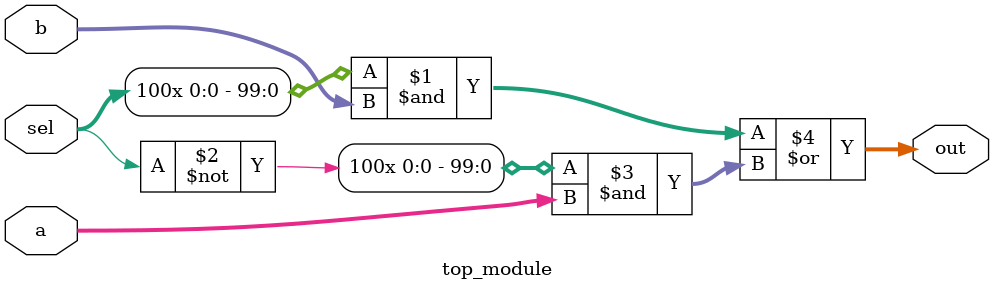
<source format=sv>
module top_module(
    input logic [99:0] a,
    input logic [99:0] b,
    input logic sel,
    output logic [99:0] out
);

    assign out = ({100{sel}} & b) | ({100{~sel}} & a); // or out = sel ? b : a

endmodule
</source>
